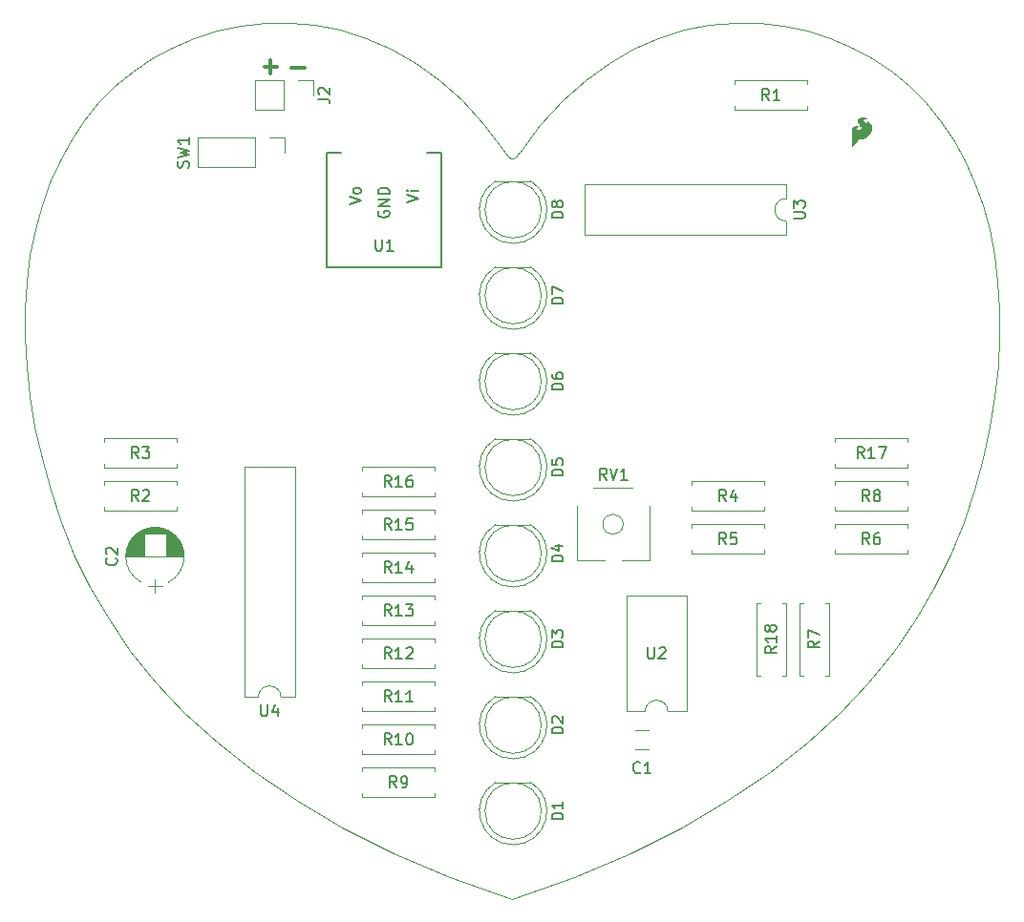
<source format=gbr>
G04 #@! TF.FileFunction,Legend,Top*
%FSLAX46Y46*%
G04 Gerber Fmt 4.6, Leading zero omitted, Abs format (unit mm)*
G04 Created by KiCad (PCBNEW 4.0.7) date 11/09/18 11:24:19*
%MOMM*%
%LPD*%
G01*
G04 APERTURE LIST*
%ADD10C,0.100000*%
%ADD11C,0.300000*%
%ADD12C,0.150000*%
%ADD13C,0.120000*%
%ADD14C,0.010000*%
G04 APERTURE END LIST*
D10*
D11*
X127107143Y-70548572D02*
X127107143Y-71691429D01*
X127678571Y-71120000D02*
X126535714Y-71120000D01*
X130111428Y-71227143D02*
X128968571Y-71227143D01*
D10*
X149092301Y-78771685D02*
X149124258Y-78727400D01*
X149060344Y-78815736D02*
X149092301Y-78771685D01*
X149028388Y-78859320D02*
X149060344Y-78815736D01*
X148996431Y-78902206D02*
X149028388Y-78859320D01*
X148964474Y-78944159D02*
X148996431Y-78902206D01*
X148932517Y-78984946D02*
X148964474Y-78944159D01*
X148900560Y-79024335D02*
X148932517Y-78984946D01*
X148868603Y-79062091D02*
X148900560Y-79024335D01*
X148836647Y-79097983D02*
X148868603Y-79062091D01*
X148804690Y-79131777D02*
X148836647Y-79097983D01*
X148772733Y-79163239D02*
X148804690Y-79131777D01*
X148740776Y-79192137D02*
X148772733Y-79163239D01*
X148708819Y-79218237D02*
X148740776Y-79192137D01*
X148676863Y-79241307D02*
X148708819Y-79218237D01*
X148644906Y-79261113D02*
X148676863Y-79241307D01*
X148612949Y-79277422D02*
X148644906Y-79261113D01*
X148580992Y-79290001D02*
X148612949Y-79277422D01*
X148549035Y-79298617D02*
X148580992Y-79290001D01*
X148517078Y-79303037D02*
X148549035Y-79298617D01*
X148485122Y-79303037D02*
X148517078Y-79303037D01*
X148453165Y-79298617D02*
X148485122Y-79303037D01*
X148421208Y-79290001D02*
X148453165Y-79298617D01*
X148389251Y-79277422D02*
X148421208Y-79290001D01*
X148357294Y-79261113D02*
X148389251Y-79277422D01*
X148325337Y-79241307D02*
X148357294Y-79261113D01*
X148293381Y-79218237D02*
X148325337Y-79241307D01*
X148261424Y-79192137D02*
X148293381Y-79218237D01*
X148229467Y-79163239D02*
X148261424Y-79192137D01*
X148197510Y-79131777D02*
X148229467Y-79163239D01*
X148165553Y-79097983D02*
X148197510Y-79131777D01*
X148133597Y-79062091D02*
X148165553Y-79097983D01*
X148101640Y-79024335D02*
X148133597Y-79062091D01*
X148069683Y-78984946D02*
X148101640Y-79024335D01*
X148037726Y-78944159D02*
X148069683Y-78984946D01*
X148005769Y-78902206D02*
X148037726Y-78944159D01*
X147973812Y-78859320D02*
X148005769Y-78902206D01*
X147941856Y-78815736D02*
X147973812Y-78859320D01*
X147909899Y-78771685D02*
X147941856Y-78815736D01*
X147877942Y-78727400D02*
X147909899Y-78771685D01*
X146024691Y-76265210D02*
X147877942Y-78727400D01*
X144066980Y-74126681D02*
X146024691Y-76265210D01*
X142021176Y-72299991D02*
X144066980Y-74126681D01*
X139903649Y-70773315D02*
X142021176Y-72299991D01*
X137730764Y-69534830D02*
X139903649Y-70773315D01*
X135518890Y-68572714D02*
X137730764Y-69534830D01*
X133284394Y-67875143D02*
X135518890Y-68572714D01*
X131043644Y-67430294D02*
X133284394Y-67875143D01*
X128813008Y-67226344D02*
X131043644Y-67430294D01*
X126608853Y-67251469D02*
X128813008Y-67226344D01*
X124447546Y-67493847D02*
X126608853Y-67251469D01*
X122345456Y-67941653D02*
X124447546Y-67493847D01*
X120318950Y-68583065D02*
X122345456Y-67941653D01*
X118384396Y-69406260D02*
X120318950Y-68583065D01*
X116558161Y-70399414D02*
X118384396Y-69406260D01*
X114856518Y-71550739D02*
X116558161Y-70399414D01*
X113290051Y-72850505D02*
X114856518Y-71550739D01*
X111860524Y-74292176D02*
X113290051Y-72850505D01*
X110568943Y-75869492D02*
X111860524Y-74292176D01*
X109416314Y-77576191D02*
X110568943Y-75869492D01*
X108403644Y-79406012D02*
X109416314Y-77576191D01*
X107531938Y-81352693D02*
X108403644Y-79406012D01*
X106802203Y-83409973D02*
X107531938Y-81352693D01*
X106215445Y-85571591D02*
X106802203Y-83409973D01*
X105772670Y-87831286D02*
X106215445Y-85571591D01*
X105474884Y-90182796D02*
X105772670Y-87831286D01*
X105323093Y-92619860D02*
X105474884Y-90182796D01*
X105318303Y-95136217D02*
X105323093Y-92619860D01*
X105461521Y-97725605D02*
X105318303Y-95136217D01*
X105753752Y-100381763D02*
X105461521Y-97725605D01*
X106196003Y-103098430D02*
X105753752Y-100381763D01*
X106790359Y-105868984D02*
X106196003Y-103098430D01*
X107551450Y-108682610D02*
X106790359Y-105868984D01*
X108502001Y-111525785D02*
X107551450Y-108682610D01*
X109664872Y-114384945D02*
X108502001Y-111525785D01*
X111062923Y-117246524D02*
X109664872Y-114384945D01*
X112719011Y-120096954D02*
X111062923Y-117246524D01*
X114655998Y-122922671D02*
X112719011Y-120096954D01*
X116896742Y-125710108D02*
X114655998Y-122922671D01*
X119464104Y-128445699D02*
X116896742Y-125710108D01*
X122380941Y-131115878D02*
X119464104Y-128445699D01*
X125670114Y-133707078D02*
X122380941Y-131115878D01*
X129354483Y-136205735D02*
X125670114Y-133707078D01*
X133456907Y-138598282D02*
X129354483Y-136205735D01*
X138000244Y-140871152D02*
X133456907Y-138598282D01*
X143007356Y-143010780D02*
X138000244Y-140871152D01*
X148501100Y-145003600D02*
X143007356Y-143010780D01*
X150977509Y-76265210D02*
X149124258Y-78727400D01*
X152935220Y-74126681D02*
X150977509Y-76265210D01*
X154981024Y-72299991D02*
X152935220Y-74126681D01*
X157098551Y-70773315D02*
X154981024Y-72299991D01*
X159271436Y-69534830D02*
X157098551Y-70773315D01*
X161483310Y-68572714D02*
X159271436Y-69534830D01*
X163717806Y-67875143D02*
X161483310Y-68572714D01*
X165958556Y-67430294D02*
X163717806Y-67875143D01*
X168189192Y-67226344D02*
X165958556Y-67430294D01*
X170393347Y-67251469D02*
X168189192Y-67226344D01*
X172554654Y-67493847D02*
X170393347Y-67251469D01*
X174656744Y-67941653D02*
X172554654Y-67493847D01*
X176683250Y-68583065D02*
X174656744Y-67941653D01*
X178617804Y-69406260D02*
X176683250Y-68583065D01*
X180444039Y-70399414D02*
X178617804Y-69406260D01*
X182145682Y-71550739D02*
X180444039Y-70399414D01*
X183712149Y-72850505D02*
X182145682Y-71550739D01*
X185141676Y-74292176D02*
X183712149Y-72850505D01*
X186433257Y-75869492D02*
X185141676Y-74292176D01*
X187585886Y-77576191D02*
X186433257Y-75869492D01*
X188598556Y-79406012D02*
X187585886Y-77576191D01*
X189470262Y-81352693D02*
X188598556Y-79406012D01*
X190199997Y-83409973D02*
X189470262Y-81352693D01*
X190786755Y-85571591D02*
X190199997Y-83409973D01*
X191229530Y-87831286D02*
X190786755Y-85571591D01*
X191527316Y-90182796D02*
X191229530Y-87831286D01*
X191679107Y-92619860D02*
X191527316Y-90182796D01*
X191683897Y-95136217D02*
X191679107Y-92619860D01*
X191540679Y-97725605D02*
X191683897Y-95136217D01*
X191248448Y-100381763D02*
X191540679Y-97725605D01*
X190806197Y-103098430D02*
X191248448Y-100381763D01*
X190211841Y-105868984D02*
X190806197Y-103098430D01*
X189450750Y-108682610D02*
X190211841Y-105868984D01*
X188500199Y-111525785D02*
X189450750Y-108682610D01*
X187337328Y-114384945D02*
X188500199Y-111525785D01*
X185939277Y-117246524D02*
X187337328Y-114384945D01*
X184283189Y-120096954D02*
X185939277Y-117246524D01*
X182346202Y-122922671D02*
X184283189Y-120096954D01*
X180105458Y-125710108D02*
X182346202Y-122922671D01*
X177538096Y-128445699D02*
X180105458Y-125710108D01*
X174621259Y-131115878D02*
X177538096Y-128445699D01*
X171332086Y-133707078D02*
X174621259Y-131115878D01*
X167647717Y-136205735D02*
X171332086Y-133707078D01*
X163545293Y-138598282D02*
X167647717Y-136205735D01*
X159001956Y-140871152D02*
X163545293Y-138598282D01*
X153994844Y-143010780D02*
X159001956Y-140871152D01*
X148501100Y-145003600D02*
X153994844Y-143010780D01*
D12*
X132080000Y-78740000D02*
X133350000Y-78740000D01*
X132080000Y-78740000D02*
X132080000Y-88900000D01*
X132080000Y-88900000D02*
X142240000Y-88900000D01*
X142240000Y-88900000D02*
X142240000Y-78740000D01*
X142240000Y-78740000D02*
X140970000Y-78740000D01*
D13*
X120590000Y-77410000D02*
X120590000Y-80070000D01*
X125730000Y-77410000D02*
X120590000Y-77410000D01*
X125730000Y-80070000D02*
X120590000Y-80070000D01*
X125730000Y-77410000D02*
X125730000Y-80070000D01*
X127000000Y-77410000D02*
X128330000Y-77410000D01*
X128330000Y-77410000D02*
X128330000Y-78740000D01*
X158340000Y-111720000D02*
G75*
G03X158340000Y-111720000I-900000J0D01*
G01*
X160650000Y-110093000D02*
X160650000Y-114930000D01*
X154230000Y-110093000D02*
X154230000Y-114930000D01*
X159182000Y-108510000D02*
X155697000Y-108510000D01*
X160650000Y-114930000D02*
X158197000Y-114930000D01*
X156682000Y-114930000D02*
X154230000Y-114930000D01*
X172430000Y-118710000D02*
X172760000Y-118710000D01*
X172760000Y-118710000D02*
X172760000Y-125130000D01*
X172760000Y-125130000D02*
X172430000Y-125130000D01*
X170470000Y-118710000D02*
X170140000Y-118710000D01*
X170140000Y-118710000D02*
X170140000Y-125130000D01*
X170140000Y-125130000D02*
X170470000Y-125130000D01*
X177130000Y-104430000D02*
X177130000Y-104100000D01*
X177130000Y-104100000D02*
X183550000Y-104100000D01*
X183550000Y-104100000D02*
X183550000Y-104430000D01*
X177130000Y-106390000D02*
X177130000Y-106720000D01*
X177130000Y-106720000D02*
X183550000Y-106720000D01*
X183550000Y-106720000D02*
X183550000Y-106390000D01*
X135220000Y-106970000D02*
X135220000Y-106640000D01*
X135220000Y-106640000D02*
X141640000Y-106640000D01*
X141640000Y-106640000D02*
X141640000Y-106970000D01*
X135220000Y-108930000D02*
X135220000Y-109260000D01*
X135220000Y-109260000D02*
X141640000Y-109260000D01*
X141640000Y-109260000D02*
X141640000Y-108930000D01*
X135220000Y-110780000D02*
X135220000Y-110450000D01*
X135220000Y-110450000D02*
X141640000Y-110450000D01*
X141640000Y-110450000D02*
X141640000Y-110780000D01*
X135220000Y-112740000D02*
X135220000Y-113070000D01*
X135220000Y-113070000D02*
X141640000Y-113070000D01*
X141640000Y-113070000D02*
X141640000Y-112740000D01*
X135220000Y-114590000D02*
X135220000Y-114260000D01*
X135220000Y-114260000D02*
X141640000Y-114260000D01*
X141640000Y-114260000D02*
X141640000Y-114590000D01*
X135220000Y-116550000D02*
X135220000Y-116880000D01*
X135220000Y-116880000D02*
X141640000Y-116880000D01*
X141640000Y-116880000D02*
X141640000Y-116550000D01*
X135220000Y-118400000D02*
X135220000Y-118070000D01*
X135220000Y-118070000D02*
X141640000Y-118070000D01*
X141640000Y-118070000D02*
X141640000Y-118400000D01*
X135220000Y-120360000D02*
X135220000Y-120690000D01*
X135220000Y-120690000D02*
X141640000Y-120690000D01*
X141640000Y-120690000D02*
X141640000Y-120360000D01*
X135220000Y-122210000D02*
X135220000Y-121880000D01*
X135220000Y-121880000D02*
X141640000Y-121880000D01*
X141640000Y-121880000D02*
X141640000Y-122210000D01*
X135220000Y-124170000D02*
X135220000Y-124500000D01*
X135220000Y-124500000D02*
X141640000Y-124500000D01*
X141640000Y-124500000D02*
X141640000Y-124170000D01*
X135220000Y-126020000D02*
X135220000Y-125690000D01*
X135220000Y-125690000D02*
X141640000Y-125690000D01*
X141640000Y-125690000D02*
X141640000Y-126020000D01*
X135220000Y-127980000D02*
X135220000Y-128310000D01*
X135220000Y-128310000D02*
X141640000Y-128310000D01*
X141640000Y-128310000D02*
X141640000Y-127980000D01*
X135220000Y-129830000D02*
X135220000Y-129500000D01*
X135220000Y-129500000D02*
X141640000Y-129500000D01*
X141640000Y-129500000D02*
X141640000Y-129830000D01*
X135220000Y-131790000D02*
X135220000Y-132120000D01*
X135220000Y-132120000D02*
X141640000Y-132120000D01*
X141640000Y-132120000D02*
X141640000Y-131790000D01*
X135220000Y-133640000D02*
X135220000Y-133310000D01*
X135220000Y-133310000D02*
X141640000Y-133310000D01*
X141640000Y-133310000D02*
X141640000Y-133640000D01*
X135220000Y-135600000D02*
X135220000Y-135930000D01*
X135220000Y-135930000D02*
X141640000Y-135930000D01*
X141640000Y-135930000D02*
X141640000Y-135600000D01*
X183550000Y-110200000D02*
X183550000Y-110530000D01*
X183550000Y-110530000D02*
X177130000Y-110530000D01*
X177130000Y-110530000D02*
X177130000Y-110200000D01*
X183550000Y-108240000D02*
X183550000Y-107910000D01*
X183550000Y-107910000D02*
X177130000Y-107910000D01*
X177130000Y-107910000D02*
X177130000Y-108240000D01*
X174280000Y-125130000D02*
X173950000Y-125130000D01*
X173950000Y-125130000D02*
X173950000Y-118710000D01*
X173950000Y-118710000D02*
X174280000Y-118710000D01*
X176240000Y-125130000D02*
X176570000Y-125130000D01*
X176570000Y-125130000D02*
X176570000Y-118710000D01*
X176570000Y-118710000D02*
X176240000Y-118710000D01*
X183550000Y-114010000D02*
X183550000Y-114340000D01*
X183550000Y-114340000D02*
X177130000Y-114340000D01*
X177130000Y-114340000D02*
X177130000Y-114010000D01*
X183550000Y-112050000D02*
X183550000Y-111720000D01*
X183550000Y-111720000D02*
X177130000Y-111720000D01*
X177130000Y-111720000D02*
X177130000Y-112050000D01*
X170850000Y-114010000D02*
X170850000Y-114340000D01*
X170850000Y-114340000D02*
X164430000Y-114340000D01*
X164430000Y-114340000D02*
X164430000Y-114010000D01*
X170850000Y-112050000D02*
X170850000Y-111720000D01*
X170850000Y-111720000D02*
X164430000Y-111720000D01*
X164430000Y-111720000D02*
X164430000Y-112050000D01*
X170850000Y-110200000D02*
X170850000Y-110530000D01*
X170850000Y-110530000D02*
X164430000Y-110530000D01*
X164430000Y-110530000D02*
X164430000Y-110200000D01*
X170850000Y-108240000D02*
X170850000Y-107910000D01*
X170850000Y-107910000D02*
X164430000Y-107910000D01*
X164430000Y-107910000D02*
X164430000Y-108240000D01*
X112360000Y-104430000D02*
X112360000Y-104100000D01*
X112360000Y-104100000D02*
X118780000Y-104100000D01*
X118780000Y-104100000D02*
X118780000Y-104430000D01*
X112360000Y-106390000D02*
X112360000Y-106720000D01*
X112360000Y-106720000D02*
X118780000Y-106720000D01*
X118780000Y-106720000D02*
X118780000Y-106390000D01*
X118780000Y-110200000D02*
X118780000Y-110530000D01*
X118780000Y-110530000D02*
X112360000Y-110530000D01*
X112360000Y-110530000D02*
X112360000Y-110200000D01*
X118780000Y-108240000D02*
X118780000Y-107910000D01*
X118780000Y-107910000D02*
X112360000Y-107910000D01*
X112360000Y-107910000D02*
X112360000Y-108240000D01*
X174660000Y-74640000D02*
X174660000Y-74970000D01*
X174660000Y-74970000D02*
X168240000Y-74970000D01*
X168240000Y-74970000D02*
X168240000Y-74640000D01*
X174660000Y-72680000D02*
X174660000Y-72350000D01*
X174660000Y-72350000D02*
X168240000Y-72350000D01*
X168240000Y-72350000D02*
X168240000Y-72680000D01*
X148589538Y-86810000D02*
G75*
G03X150134830Y-81260000I462J2990000D01*
G01*
X148590462Y-86810000D02*
G75*
G02X147045170Y-81260000I-462J2990000D01*
G01*
X151090000Y-83820000D02*
G75*
G03X151090000Y-83820000I-2500000J0D01*
G01*
X150135000Y-81260000D02*
X147045000Y-81260000D01*
X148589538Y-94430000D02*
G75*
G03X150134830Y-88880000I462J2990000D01*
G01*
X148590462Y-94430000D02*
G75*
G02X147045170Y-88880000I-462J2990000D01*
G01*
X151090000Y-91440000D02*
G75*
G03X151090000Y-91440000I-2500000J0D01*
G01*
X150135000Y-88880000D02*
X147045000Y-88880000D01*
X148589538Y-102050000D02*
G75*
G03X150134830Y-96500000I462J2990000D01*
G01*
X148590462Y-102050000D02*
G75*
G02X147045170Y-96500000I-462J2990000D01*
G01*
X151090000Y-99060000D02*
G75*
G03X151090000Y-99060000I-2500000J0D01*
G01*
X150135000Y-96500000D02*
X147045000Y-96500000D01*
X148589538Y-109670000D02*
G75*
G03X150134830Y-104120000I462J2990000D01*
G01*
X148590462Y-109670000D02*
G75*
G02X147045170Y-104120000I-462J2990000D01*
G01*
X151090000Y-106680000D02*
G75*
G03X151090000Y-106680000I-2500000J0D01*
G01*
X150135000Y-104120000D02*
X147045000Y-104120000D01*
X148589538Y-117290000D02*
G75*
G03X150134830Y-111740000I462J2990000D01*
G01*
X148590462Y-117290000D02*
G75*
G02X147045170Y-111740000I-462J2990000D01*
G01*
X151090000Y-114300000D02*
G75*
G03X151090000Y-114300000I-2500000J0D01*
G01*
X150135000Y-111740000D02*
X147045000Y-111740000D01*
X148589538Y-124910000D02*
G75*
G03X150134830Y-119360000I462J2990000D01*
G01*
X148590462Y-124910000D02*
G75*
G02X147045170Y-119360000I-462J2990000D01*
G01*
X151090000Y-121920000D02*
G75*
G03X151090000Y-121920000I-2500000J0D01*
G01*
X150135000Y-119360000D02*
X147045000Y-119360000D01*
X148589538Y-132530000D02*
G75*
G03X150134830Y-126980000I462J2990000D01*
G01*
X148590462Y-132530000D02*
G75*
G02X147045170Y-126980000I-462J2990000D01*
G01*
X151090000Y-129540000D02*
G75*
G03X151090000Y-129540000I-2500000J0D01*
G01*
X150135000Y-126980000D02*
X147045000Y-126980000D01*
X148589538Y-140150000D02*
G75*
G03X150134830Y-134600000I462J2990000D01*
G01*
X148590462Y-140150000D02*
G75*
G02X147045170Y-134600000I-462J2990000D01*
G01*
X151090000Y-137160000D02*
G75*
G03X151090000Y-137160000I-2500000J0D01*
G01*
X150135000Y-134600000D02*
X147045000Y-134600000D01*
X159413000Y-129949000D02*
X160587000Y-129949000D01*
X159413000Y-131671000D02*
X160587000Y-131671000D01*
X115660277Y-112264278D02*
G75*
G03X115660000Y-116875580I1179723J-2305722D01*
G01*
X118019723Y-112264278D02*
G75*
G02X118020000Y-116875580I-1179723J-2305722D01*
G01*
X118019723Y-112264278D02*
G75*
G03X115660000Y-112264420I-1179723J-2305722D01*
G01*
X114290000Y-114570000D02*
X119390000Y-114570000D01*
X114290000Y-114530000D02*
X115860000Y-114530000D01*
X117820000Y-114530000D02*
X119390000Y-114530000D01*
X114291000Y-114490000D02*
X115860000Y-114490000D01*
X117820000Y-114490000D02*
X119389000Y-114490000D01*
X114292000Y-114450000D02*
X115860000Y-114450000D01*
X117820000Y-114450000D02*
X119388000Y-114450000D01*
X114294000Y-114410000D02*
X115860000Y-114410000D01*
X117820000Y-114410000D02*
X119386000Y-114410000D01*
X114297000Y-114370000D02*
X115860000Y-114370000D01*
X117820000Y-114370000D02*
X119383000Y-114370000D01*
X114301000Y-114330000D02*
X115860000Y-114330000D01*
X117820000Y-114330000D02*
X119379000Y-114330000D01*
X114305000Y-114290000D02*
X115860000Y-114290000D01*
X117820000Y-114290000D02*
X119375000Y-114290000D01*
X114309000Y-114250000D02*
X115860000Y-114250000D01*
X117820000Y-114250000D02*
X119371000Y-114250000D01*
X114315000Y-114210000D02*
X115860000Y-114210000D01*
X117820000Y-114210000D02*
X119365000Y-114210000D01*
X114321000Y-114170000D02*
X115860000Y-114170000D01*
X117820000Y-114170000D02*
X119359000Y-114170000D01*
X114327000Y-114130000D02*
X115860000Y-114130000D01*
X117820000Y-114130000D02*
X119353000Y-114130000D01*
X114334000Y-114090000D02*
X115860000Y-114090000D01*
X117820000Y-114090000D02*
X119346000Y-114090000D01*
X114342000Y-114050000D02*
X115860000Y-114050000D01*
X117820000Y-114050000D02*
X119338000Y-114050000D01*
X114351000Y-114010000D02*
X115860000Y-114010000D01*
X117820000Y-114010000D02*
X119329000Y-114010000D01*
X114360000Y-113970000D02*
X115860000Y-113970000D01*
X117820000Y-113970000D02*
X119320000Y-113970000D01*
X114370000Y-113930000D02*
X115860000Y-113930000D01*
X117820000Y-113930000D02*
X119310000Y-113930000D01*
X114380000Y-113890000D02*
X115860000Y-113890000D01*
X117820000Y-113890000D02*
X119300000Y-113890000D01*
X114392000Y-113849000D02*
X115860000Y-113849000D01*
X117820000Y-113849000D02*
X119288000Y-113849000D01*
X114404000Y-113809000D02*
X115860000Y-113809000D01*
X117820000Y-113809000D02*
X119276000Y-113809000D01*
X114416000Y-113769000D02*
X115860000Y-113769000D01*
X117820000Y-113769000D02*
X119264000Y-113769000D01*
X114430000Y-113729000D02*
X115860000Y-113729000D01*
X117820000Y-113729000D02*
X119250000Y-113729000D01*
X114444000Y-113689000D02*
X115860000Y-113689000D01*
X117820000Y-113689000D02*
X119236000Y-113689000D01*
X114458000Y-113649000D02*
X115860000Y-113649000D01*
X117820000Y-113649000D02*
X119222000Y-113649000D01*
X114474000Y-113609000D02*
X115860000Y-113609000D01*
X117820000Y-113609000D02*
X119206000Y-113609000D01*
X114490000Y-113569000D02*
X115860000Y-113569000D01*
X117820000Y-113569000D02*
X119190000Y-113569000D01*
X114507000Y-113529000D02*
X115860000Y-113529000D01*
X117820000Y-113529000D02*
X119173000Y-113529000D01*
X114525000Y-113489000D02*
X115860000Y-113489000D01*
X117820000Y-113489000D02*
X119155000Y-113489000D01*
X114544000Y-113449000D02*
X115860000Y-113449000D01*
X117820000Y-113449000D02*
X119136000Y-113449000D01*
X114564000Y-113409000D02*
X115860000Y-113409000D01*
X117820000Y-113409000D02*
X119116000Y-113409000D01*
X114584000Y-113369000D02*
X115860000Y-113369000D01*
X117820000Y-113369000D02*
X119096000Y-113369000D01*
X114606000Y-113329000D02*
X115860000Y-113329000D01*
X117820000Y-113329000D02*
X119074000Y-113329000D01*
X114628000Y-113289000D02*
X115860000Y-113289000D01*
X117820000Y-113289000D02*
X119052000Y-113289000D01*
X114651000Y-113249000D02*
X115860000Y-113249000D01*
X117820000Y-113249000D02*
X119029000Y-113249000D01*
X114675000Y-113209000D02*
X115860000Y-113209000D01*
X117820000Y-113209000D02*
X119005000Y-113209000D01*
X114700000Y-113169000D02*
X115860000Y-113169000D01*
X117820000Y-113169000D02*
X118980000Y-113169000D01*
X114727000Y-113129000D02*
X115860000Y-113129000D01*
X117820000Y-113129000D02*
X118953000Y-113129000D01*
X114754000Y-113089000D02*
X115860000Y-113089000D01*
X117820000Y-113089000D02*
X118926000Y-113089000D01*
X114782000Y-113049000D02*
X115860000Y-113049000D01*
X117820000Y-113049000D02*
X118898000Y-113049000D01*
X114812000Y-113009000D02*
X115860000Y-113009000D01*
X117820000Y-113009000D02*
X118868000Y-113009000D01*
X114843000Y-112969000D02*
X115860000Y-112969000D01*
X117820000Y-112969000D02*
X118837000Y-112969000D01*
X114875000Y-112929000D02*
X115860000Y-112929000D01*
X117820000Y-112929000D02*
X118805000Y-112929000D01*
X114908000Y-112889000D02*
X115860000Y-112889000D01*
X117820000Y-112889000D02*
X118772000Y-112889000D01*
X114943000Y-112849000D02*
X115860000Y-112849000D01*
X117820000Y-112849000D02*
X118737000Y-112849000D01*
X114979000Y-112809000D02*
X115860000Y-112809000D01*
X117820000Y-112809000D02*
X118701000Y-112809000D01*
X115017000Y-112769000D02*
X115860000Y-112769000D01*
X117820000Y-112769000D02*
X118663000Y-112769000D01*
X115057000Y-112729000D02*
X115860000Y-112729000D01*
X117820000Y-112729000D02*
X118623000Y-112729000D01*
X115098000Y-112689000D02*
X115860000Y-112689000D01*
X117820000Y-112689000D02*
X118582000Y-112689000D01*
X115141000Y-112649000D02*
X115860000Y-112649000D01*
X117820000Y-112649000D02*
X118539000Y-112649000D01*
X115186000Y-112609000D02*
X115860000Y-112609000D01*
X117820000Y-112609000D02*
X118494000Y-112609000D01*
X115234000Y-112569000D02*
X118446000Y-112569000D01*
X115284000Y-112529000D02*
X118396000Y-112529000D01*
X115336000Y-112489000D02*
X118344000Y-112489000D01*
X115392000Y-112449000D02*
X118288000Y-112449000D01*
X115450000Y-112409000D02*
X118230000Y-112409000D01*
X115513000Y-112369000D02*
X118167000Y-112369000D01*
X115579000Y-112329000D02*
X118101000Y-112329000D01*
X115651000Y-112289000D02*
X118029000Y-112289000D01*
X115728000Y-112249000D02*
X117952000Y-112249000D01*
X115812000Y-112209000D02*
X117868000Y-112209000D01*
X115906000Y-112169000D02*
X117774000Y-112169000D01*
X116011000Y-112129000D02*
X117669000Y-112129000D01*
X116133000Y-112089000D02*
X117547000Y-112089000D01*
X116281000Y-112049000D02*
X117399000Y-112049000D01*
X116486000Y-112009000D02*
X117194000Y-112009000D01*
X116840000Y-117770000D02*
X116840000Y-116570000D01*
X116190000Y-117170000D02*
X117490000Y-117170000D01*
X125670000Y-72330000D02*
X125670000Y-74990000D01*
X128270000Y-72330000D02*
X125670000Y-72330000D01*
X128270000Y-74990000D02*
X125670000Y-74990000D01*
X128270000Y-72330000D02*
X128270000Y-74990000D01*
X129540000Y-72330000D02*
X130870000Y-72330000D01*
X130870000Y-72330000D02*
X130870000Y-73660000D01*
X160290000Y-128330000D02*
G75*
G02X162290000Y-128330000I1000000J0D01*
G01*
X162290000Y-128330000D02*
X163940000Y-128330000D01*
X163940000Y-128330000D02*
X163940000Y-118050000D01*
X163940000Y-118050000D02*
X158640000Y-118050000D01*
X158640000Y-118050000D02*
X158640000Y-128330000D01*
X158640000Y-128330000D02*
X160290000Y-128330000D01*
X172780000Y-84820000D02*
G75*
G02X172780000Y-82820000I0J1000000D01*
G01*
X172780000Y-82820000D02*
X172780000Y-81570000D01*
X172780000Y-81570000D02*
X154880000Y-81570000D01*
X154880000Y-81570000D02*
X154880000Y-86070000D01*
X154880000Y-86070000D02*
X172780000Y-86070000D01*
X172780000Y-86070000D02*
X172780000Y-84820000D01*
X126000000Y-127060000D02*
G75*
G02X128000000Y-127060000I1000000J0D01*
G01*
X128000000Y-127060000D02*
X129250000Y-127060000D01*
X129250000Y-127060000D02*
X129250000Y-106620000D01*
X129250000Y-106620000D02*
X124750000Y-106620000D01*
X124750000Y-106620000D02*
X124750000Y-127060000D01*
X124750000Y-127060000D02*
X126000000Y-127060000D01*
D14*
G36*
X180007260Y-75996800D02*
X180007260Y-76088240D01*
X179997100Y-76116180D01*
X179986940Y-76136500D01*
X179956460Y-76166980D01*
X179925980Y-76177140D01*
X179895500Y-76177140D01*
X179816760Y-76156820D01*
X179776120Y-76136500D01*
X179745640Y-76116180D01*
X179707540Y-76088240D01*
X179646580Y-76027280D01*
X179605940Y-75966320D01*
X179595780Y-75928220D01*
X179595780Y-75867260D01*
X179605940Y-75836780D01*
X179616100Y-75816460D01*
X179636420Y-75788520D01*
X179677060Y-75758040D01*
X179717700Y-75737720D01*
X179765960Y-75727560D01*
X179806600Y-75717400D01*
X179867560Y-75717400D01*
X179887880Y-75727560D01*
X179895500Y-75727560D01*
X179887880Y-75717400D01*
X179847240Y-75686920D01*
X179707540Y-75618340D01*
X179616100Y-75598020D01*
X179517040Y-75598020D01*
X179407820Y-75618340D01*
X179296060Y-75676760D01*
X179207160Y-75747880D01*
X179156360Y-75826620D01*
X179125880Y-75918060D01*
X179125880Y-75996800D01*
X179146200Y-76088240D01*
X179197000Y-76177140D01*
X179265580Y-76258420D01*
X179346860Y-76347320D01*
X179417980Y-76418440D01*
X179445920Y-76497180D01*
X179445920Y-76568300D01*
X179425600Y-76626720D01*
X179387500Y-76677520D01*
X179326540Y-76718160D01*
X179247800Y-76738480D01*
X179166520Y-76738480D01*
X179115720Y-76728320D01*
X179067460Y-76708000D01*
X179006500Y-76647040D01*
X178986180Y-76616560D01*
X178976020Y-76586080D01*
X178976020Y-76547980D01*
X178986180Y-76517500D01*
X179047140Y-76456540D01*
X179077620Y-76446380D01*
X179115720Y-76426060D01*
X179125880Y-76418440D01*
X179087780Y-76398120D01*
X178965860Y-76398120D01*
X178907440Y-76408280D01*
X178856640Y-76418440D01*
X178805840Y-76436220D01*
X178767740Y-76466700D01*
X178716940Y-76507340D01*
X178655980Y-76606400D01*
X178635660Y-76677520D01*
X178625500Y-76756260D01*
X178625500Y-78127860D01*
X178676300Y-78077060D01*
X178706780Y-78026260D01*
X178757580Y-77978000D01*
X178805840Y-77917040D01*
X178927760Y-77797660D01*
X179047140Y-77657960D01*
X179146200Y-77556360D01*
X179247800Y-77497940D01*
X179306220Y-77487780D01*
X179496720Y-77487780D01*
X179616100Y-77467460D01*
X179727860Y-77436980D01*
X179826920Y-77396340D01*
X179925980Y-77337920D01*
X180007260Y-77266800D01*
X180086000Y-77188060D01*
X180157120Y-77096620D01*
X180256180Y-76916280D01*
X180306980Y-76728320D01*
X180317140Y-76558140D01*
X180286660Y-76398120D01*
X180235860Y-76248260D01*
X180167280Y-76136500D01*
X180086000Y-76047600D01*
X180007260Y-75996800D01*
G37*
X180007260Y-75996800D02*
X180007260Y-76088240D01*
X179997100Y-76116180D01*
X179986940Y-76136500D01*
X179956460Y-76166980D01*
X179925980Y-76177140D01*
X179895500Y-76177140D01*
X179816760Y-76156820D01*
X179776120Y-76136500D01*
X179745640Y-76116180D01*
X179707540Y-76088240D01*
X179646580Y-76027280D01*
X179605940Y-75966320D01*
X179595780Y-75928220D01*
X179595780Y-75867260D01*
X179605940Y-75836780D01*
X179616100Y-75816460D01*
X179636420Y-75788520D01*
X179677060Y-75758040D01*
X179717700Y-75737720D01*
X179765960Y-75727560D01*
X179806600Y-75717400D01*
X179867560Y-75717400D01*
X179887880Y-75727560D01*
X179895500Y-75727560D01*
X179887880Y-75717400D01*
X179847240Y-75686920D01*
X179707540Y-75618340D01*
X179616100Y-75598020D01*
X179517040Y-75598020D01*
X179407820Y-75618340D01*
X179296060Y-75676760D01*
X179207160Y-75747880D01*
X179156360Y-75826620D01*
X179125880Y-75918060D01*
X179125880Y-75996800D01*
X179146200Y-76088240D01*
X179197000Y-76177140D01*
X179265580Y-76258420D01*
X179346860Y-76347320D01*
X179417980Y-76418440D01*
X179445920Y-76497180D01*
X179445920Y-76568300D01*
X179425600Y-76626720D01*
X179387500Y-76677520D01*
X179326540Y-76718160D01*
X179247800Y-76738480D01*
X179166520Y-76738480D01*
X179115720Y-76728320D01*
X179067460Y-76708000D01*
X179006500Y-76647040D01*
X178986180Y-76616560D01*
X178976020Y-76586080D01*
X178976020Y-76547980D01*
X178986180Y-76517500D01*
X179047140Y-76456540D01*
X179077620Y-76446380D01*
X179115720Y-76426060D01*
X179125880Y-76418440D01*
X179087780Y-76398120D01*
X178965860Y-76398120D01*
X178907440Y-76408280D01*
X178856640Y-76418440D01*
X178805840Y-76436220D01*
X178767740Y-76466700D01*
X178716940Y-76507340D01*
X178655980Y-76606400D01*
X178635660Y-76677520D01*
X178625500Y-76756260D01*
X178625500Y-78127860D01*
X178676300Y-78077060D01*
X178706780Y-78026260D01*
X178757580Y-77978000D01*
X178805840Y-77917040D01*
X178927760Y-77797660D01*
X179047140Y-77657960D01*
X179146200Y-77556360D01*
X179247800Y-77497940D01*
X179306220Y-77487780D01*
X179496720Y-77487780D01*
X179616100Y-77467460D01*
X179727860Y-77436980D01*
X179826920Y-77396340D01*
X179925980Y-77337920D01*
X180007260Y-77266800D01*
X180086000Y-77188060D01*
X180157120Y-77096620D01*
X180256180Y-76916280D01*
X180306980Y-76728320D01*
X180317140Y-76558140D01*
X180286660Y-76398120D01*
X180235860Y-76248260D01*
X180167280Y-76136500D01*
X180086000Y-76047600D01*
X180007260Y-75996800D01*
D12*
X136398095Y-86447381D02*
X136398095Y-87256905D01*
X136445714Y-87352143D01*
X136493333Y-87399762D01*
X136588571Y-87447381D01*
X136779048Y-87447381D01*
X136874286Y-87399762D01*
X136921905Y-87352143D01*
X136969524Y-87256905D01*
X136969524Y-86447381D01*
X137969524Y-87447381D02*
X137398095Y-87447381D01*
X137683809Y-87447381D02*
X137683809Y-86447381D01*
X137588571Y-86590238D01*
X137493333Y-86685476D01*
X137398095Y-86733095D01*
X134072381Y-83335714D02*
X135072381Y-83002381D01*
X134072381Y-82669047D01*
X135072381Y-82192857D02*
X135024762Y-82288095D01*
X134977143Y-82335714D01*
X134881905Y-82383333D01*
X134596190Y-82383333D01*
X134500952Y-82335714D01*
X134453333Y-82288095D01*
X134405714Y-82192857D01*
X134405714Y-82049999D01*
X134453333Y-81954761D01*
X134500952Y-81907142D01*
X134596190Y-81859523D01*
X134881905Y-81859523D01*
X134977143Y-81907142D01*
X135024762Y-81954761D01*
X135072381Y-82049999D01*
X135072381Y-82192857D01*
X136660000Y-83946904D02*
X136612381Y-84042142D01*
X136612381Y-84184999D01*
X136660000Y-84327857D01*
X136755238Y-84423095D01*
X136850476Y-84470714D01*
X137040952Y-84518333D01*
X137183810Y-84518333D01*
X137374286Y-84470714D01*
X137469524Y-84423095D01*
X137564762Y-84327857D01*
X137612381Y-84184999D01*
X137612381Y-84089761D01*
X137564762Y-83946904D01*
X137517143Y-83899285D01*
X137183810Y-83899285D01*
X137183810Y-84089761D01*
X137612381Y-83470714D02*
X136612381Y-83470714D01*
X137612381Y-82899285D01*
X136612381Y-82899285D01*
X137612381Y-82423095D02*
X136612381Y-82423095D01*
X136612381Y-82185000D01*
X136660000Y-82042142D01*
X136755238Y-81946904D01*
X136850476Y-81899285D01*
X137040952Y-81851666D01*
X137183810Y-81851666D01*
X137374286Y-81899285D01*
X137469524Y-81946904D01*
X137564762Y-82042142D01*
X137612381Y-82185000D01*
X137612381Y-82423095D01*
X139152381Y-83121428D02*
X140152381Y-82788095D01*
X139152381Y-82454761D01*
X140152381Y-82121428D02*
X139485714Y-82121428D01*
X139152381Y-82121428D02*
X139200000Y-82169047D01*
X139247619Y-82121428D01*
X139200000Y-82073809D01*
X139152381Y-82121428D01*
X139247619Y-82121428D01*
X119784762Y-80073333D02*
X119832381Y-79930476D01*
X119832381Y-79692380D01*
X119784762Y-79597142D01*
X119737143Y-79549523D01*
X119641905Y-79501904D01*
X119546667Y-79501904D01*
X119451429Y-79549523D01*
X119403810Y-79597142D01*
X119356190Y-79692380D01*
X119308571Y-79882857D01*
X119260952Y-79978095D01*
X119213333Y-80025714D01*
X119118095Y-80073333D01*
X119022857Y-80073333D01*
X118927619Y-80025714D01*
X118880000Y-79978095D01*
X118832381Y-79882857D01*
X118832381Y-79644761D01*
X118880000Y-79501904D01*
X118832381Y-79168571D02*
X119832381Y-78930476D01*
X119118095Y-78739999D01*
X119832381Y-78549523D01*
X118832381Y-78311428D01*
X119832381Y-77406666D02*
X119832381Y-77978095D01*
X119832381Y-77692381D02*
X118832381Y-77692381D01*
X118975238Y-77787619D01*
X119070476Y-77882857D01*
X119118095Y-77978095D01*
X156884762Y-107767381D02*
X156551428Y-107291190D01*
X156313333Y-107767381D02*
X156313333Y-106767381D01*
X156694286Y-106767381D01*
X156789524Y-106815000D01*
X156837143Y-106862619D01*
X156884762Y-106957857D01*
X156884762Y-107100714D01*
X156837143Y-107195952D01*
X156789524Y-107243571D01*
X156694286Y-107291190D01*
X156313333Y-107291190D01*
X157170476Y-106767381D02*
X157503809Y-107767381D01*
X157837143Y-106767381D01*
X158694286Y-107767381D02*
X158122857Y-107767381D01*
X158408571Y-107767381D02*
X158408571Y-106767381D01*
X158313333Y-106910238D01*
X158218095Y-107005476D01*
X158122857Y-107053095D01*
X171902381Y-122562857D02*
X171426190Y-122896191D01*
X171902381Y-123134286D02*
X170902381Y-123134286D01*
X170902381Y-122753333D01*
X170950000Y-122658095D01*
X170997619Y-122610476D01*
X171092857Y-122562857D01*
X171235714Y-122562857D01*
X171330952Y-122610476D01*
X171378571Y-122658095D01*
X171426190Y-122753333D01*
X171426190Y-123134286D01*
X171902381Y-121610476D02*
X171902381Y-122181905D01*
X171902381Y-121896191D02*
X170902381Y-121896191D01*
X171045238Y-121991429D01*
X171140476Y-122086667D01*
X171188095Y-122181905D01*
X171330952Y-121039048D02*
X171283333Y-121134286D01*
X171235714Y-121181905D01*
X171140476Y-121229524D01*
X171092857Y-121229524D01*
X170997619Y-121181905D01*
X170950000Y-121134286D01*
X170902381Y-121039048D01*
X170902381Y-120848571D01*
X170950000Y-120753333D01*
X170997619Y-120705714D01*
X171092857Y-120658095D01*
X171140476Y-120658095D01*
X171235714Y-120705714D01*
X171283333Y-120753333D01*
X171330952Y-120848571D01*
X171330952Y-121039048D01*
X171378571Y-121134286D01*
X171426190Y-121181905D01*
X171521429Y-121229524D01*
X171711905Y-121229524D01*
X171807143Y-121181905D01*
X171854762Y-121134286D01*
X171902381Y-121039048D01*
X171902381Y-120848571D01*
X171854762Y-120753333D01*
X171807143Y-120705714D01*
X171711905Y-120658095D01*
X171521429Y-120658095D01*
X171426190Y-120705714D01*
X171378571Y-120753333D01*
X171330952Y-120848571D01*
X179697143Y-105862381D02*
X179363809Y-105386190D01*
X179125714Y-105862381D02*
X179125714Y-104862381D01*
X179506667Y-104862381D01*
X179601905Y-104910000D01*
X179649524Y-104957619D01*
X179697143Y-105052857D01*
X179697143Y-105195714D01*
X179649524Y-105290952D01*
X179601905Y-105338571D01*
X179506667Y-105386190D01*
X179125714Y-105386190D01*
X180649524Y-105862381D02*
X180078095Y-105862381D01*
X180363809Y-105862381D02*
X180363809Y-104862381D01*
X180268571Y-105005238D01*
X180173333Y-105100476D01*
X180078095Y-105148095D01*
X180982857Y-104862381D02*
X181649524Y-104862381D01*
X181220952Y-105862381D01*
X137787143Y-108402381D02*
X137453809Y-107926190D01*
X137215714Y-108402381D02*
X137215714Y-107402381D01*
X137596667Y-107402381D01*
X137691905Y-107450000D01*
X137739524Y-107497619D01*
X137787143Y-107592857D01*
X137787143Y-107735714D01*
X137739524Y-107830952D01*
X137691905Y-107878571D01*
X137596667Y-107926190D01*
X137215714Y-107926190D01*
X138739524Y-108402381D02*
X138168095Y-108402381D01*
X138453809Y-108402381D02*
X138453809Y-107402381D01*
X138358571Y-107545238D01*
X138263333Y-107640476D01*
X138168095Y-107688095D01*
X139596667Y-107402381D02*
X139406190Y-107402381D01*
X139310952Y-107450000D01*
X139263333Y-107497619D01*
X139168095Y-107640476D01*
X139120476Y-107830952D01*
X139120476Y-108211905D01*
X139168095Y-108307143D01*
X139215714Y-108354762D01*
X139310952Y-108402381D01*
X139501429Y-108402381D01*
X139596667Y-108354762D01*
X139644286Y-108307143D01*
X139691905Y-108211905D01*
X139691905Y-107973810D01*
X139644286Y-107878571D01*
X139596667Y-107830952D01*
X139501429Y-107783333D01*
X139310952Y-107783333D01*
X139215714Y-107830952D01*
X139168095Y-107878571D01*
X139120476Y-107973810D01*
X137787143Y-112212381D02*
X137453809Y-111736190D01*
X137215714Y-112212381D02*
X137215714Y-111212381D01*
X137596667Y-111212381D01*
X137691905Y-111260000D01*
X137739524Y-111307619D01*
X137787143Y-111402857D01*
X137787143Y-111545714D01*
X137739524Y-111640952D01*
X137691905Y-111688571D01*
X137596667Y-111736190D01*
X137215714Y-111736190D01*
X138739524Y-112212381D02*
X138168095Y-112212381D01*
X138453809Y-112212381D02*
X138453809Y-111212381D01*
X138358571Y-111355238D01*
X138263333Y-111450476D01*
X138168095Y-111498095D01*
X139644286Y-111212381D02*
X139168095Y-111212381D01*
X139120476Y-111688571D01*
X139168095Y-111640952D01*
X139263333Y-111593333D01*
X139501429Y-111593333D01*
X139596667Y-111640952D01*
X139644286Y-111688571D01*
X139691905Y-111783810D01*
X139691905Y-112021905D01*
X139644286Y-112117143D01*
X139596667Y-112164762D01*
X139501429Y-112212381D01*
X139263333Y-112212381D01*
X139168095Y-112164762D01*
X139120476Y-112117143D01*
X137787143Y-116022381D02*
X137453809Y-115546190D01*
X137215714Y-116022381D02*
X137215714Y-115022381D01*
X137596667Y-115022381D01*
X137691905Y-115070000D01*
X137739524Y-115117619D01*
X137787143Y-115212857D01*
X137787143Y-115355714D01*
X137739524Y-115450952D01*
X137691905Y-115498571D01*
X137596667Y-115546190D01*
X137215714Y-115546190D01*
X138739524Y-116022381D02*
X138168095Y-116022381D01*
X138453809Y-116022381D02*
X138453809Y-115022381D01*
X138358571Y-115165238D01*
X138263333Y-115260476D01*
X138168095Y-115308095D01*
X139596667Y-115355714D02*
X139596667Y-116022381D01*
X139358571Y-114974762D02*
X139120476Y-115689048D01*
X139739524Y-115689048D01*
X137787143Y-119832381D02*
X137453809Y-119356190D01*
X137215714Y-119832381D02*
X137215714Y-118832381D01*
X137596667Y-118832381D01*
X137691905Y-118880000D01*
X137739524Y-118927619D01*
X137787143Y-119022857D01*
X137787143Y-119165714D01*
X137739524Y-119260952D01*
X137691905Y-119308571D01*
X137596667Y-119356190D01*
X137215714Y-119356190D01*
X138739524Y-119832381D02*
X138168095Y-119832381D01*
X138453809Y-119832381D02*
X138453809Y-118832381D01*
X138358571Y-118975238D01*
X138263333Y-119070476D01*
X138168095Y-119118095D01*
X139072857Y-118832381D02*
X139691905Y-118832381D01*
X139358571Y-119213333D01*
X139501429Y-119213333D01*
X139596667Y-119260952D01*
X139644286Y-119308571D01*
X139691905Y-119403810D01*
X139691905Y-119641905D01*
X139644286Y-119737143D01*
X139596667Y-119784762D01*
X139501429Y-119832381D01*
X139215714Y-119832381D01*
X139120476Y-119784762D01*
X139072857Y-119737143D01*
X137787143Y-123642381D02*
X137453809Y-123166190D01*
X137215714Y-123642381D02*
X137215714Y-122642381D01*
X137596667Y-122642381D01*
X137691905Y-122690000D01*
X137739524Y-122737619D01*
X137787143Y-122832857D01*
X137787143Y-122975714D01*
X137739524Y-123070952D01*
X137691905Y-123118571D01*
X137596667Y-123166190D01*
X137215714Y-123166190D01*
X138739524Y-123642381D02*
X138168095Y-123642381D01*
X138453809Y-123642381D02*
X138453809Y-122642381D01*
X138358571Y-122785238D01*
X138263333Y-122880476D01*
X138168095Y-122928095D01*
X139120476Y-122737619D02*
X139168095Y-122690000D01*
X139263333Y-122642381D01*
X139501429Y-122642381D01*
X139596667Y-122690000D01*
X139644286Y-122737619D01*
X139691905Y-122832857D01*
X139691905Y-122928095D01*
X139644286Y-123070952D01*
X139072857Y-123642381D01*
X139691905Y-123642381D01*
X137787143Y-127452381D02*
X137453809Y-126976190D01*
X137215714Y-127452381D02*
X137215714Y-126452381D01*
X137596667Y-126452381D01*
X137691905Y-126500000D01*
X137739524Y-126547619D01*
X137787143Y-126642857D01*
X137787143Y-126785714D01*
X137739524Y-126880952D01*
X137691905Y-126928571D01*
X137596667Y-126976190D01*
X137215714Y-126976190D01*
X138739524Y-127452381D02*
X138168095Y-127452381D01*
X138453809Y-127452381D02*
X138453809Y-126452381D01*
X138358571Y-126595238D01*
X138263333Y-126690476D01*
X138168095Y-126738095D01*
X139691905Y-127452381D02*
X139120476Y-127452381D01*
X139406190Y-127452381D02*
X139406190Y-126452381D01*
X139310952Y-126595238D01*
X139215714Y-126690476D01*
X139120476Y-126738095D01*
X137787143Y-131262381D02*
X137453809Y-130786190D01*
X137215714Y-131262381D02*
X137215714Y-130262381D01*
X137596667Y-130262381D01*
X137691905Y-130310000D01*
X137739524Y-130357619D01*
X137787143Y-130452857D01*
X137787143Y-130595714D01*
X137739524Y-130690952D01*
X137691905Y-130738571D01*
X137596667Y-130786190D01*
X137215714Y-130786190D01*
X138739524Y-131262381D02*
X138168095Y-131262381D01*
X138453809Y-131262381D02*
X138453809Y-130262381D01*
X138358571Y-130405238D01*
X138263333Y-130500476D01*
X138168095Y-130548095D01*
X139358571Y-130262381D02*
X139453810Y-130262381D01*
X139549048Y-130310000D01*
X139596667Y-130357619D01*
X139644286Y-130452857D01*
X139691905Y-130643333D01*
X139691905Y-130881429D01*
X139644286Y-131071905D01*
X139596667Y-131167143D01*
X139549048Y-131214762D01*
X139453810Y-131262381D01*
X139358571Y-131262381D01*
X139263333Y-131214762D01*
X139215714Y-131167143D01*
X139168095Y-131071905D01*
X139120476Y-130881429D01*
X139120476Y-130643333D01*
X139168095Y-130452857D01*
X139215714Y-130357619D01*
X139263333Y-130310000D01*
X139358571Y-130262381D01*
X138263334Y-135072381D02*
X137930000Y-134596190D01*
X137691905Y-135072381D02*
X137691905Y-134072381D01*
X138072858Y-134072381D01*
X138168096Y-134120000D01*
X138215715Y-134167619D01*
X138263334Y-134262857D01*
X138263334Y-134405714D01*
X138215715Y-134500952D01*
X138168096Y-134548571D01*
X138072858Y-134596190D01*
X137691905Y-134596190D01*
X138739524Y-135072381D02*
X138930000Y-135072381D01*
X139025239Y-135024762D01*
X139072858Y-134977143D01*
X139168096Y-134834286D01*
X139215715Y-134643810D01*
X139215715Y-134262857D01*
X139168096Y-134167619D01*
X139120477Y-134120000D01*
X139025239Y-134072381D01*
X138834762Y-134072381D01*
X138739524Y-134120000D01*
X138691905Y-134167619D01*
X138644286Y-134262857D01*
X138644286Y-134500952D01*
X138691905Y-134596190D01*
X138739524Y-134643810D01*
X138834762Y-134691429D01*
X139025239Y-134691429D01*
X139120477Y-134643810D01*
X139168096Y-134596190D01*
X139215715Y-134500952D01*
X180173334Y-109672381D02*
X179840000Y-109196190D01*
X179601905Y-109672381D02*
X179601905Y-108672381D01*
X179982858Y-108672381D01*
X180078096Y-108720000D01*
X180125715Y-108767619D01*
X180173334Y-108862857D01*
X180173334Y-109005714D01*
X180125715Y-109100952D01*
X180078096Y-109148571D01*
X179982858Y-109196190D01*
X179601905Y-109196190D01*
X180744762Y-109100952D02*
X180649524Y-109053333D01*
X180601905Y-109005714D01*
X180554286Y-108910476D01*
X180554286Y-108862857D01*
X180601905Y-108767619D01*
X180649524Y-108720000D01*
X180744762Y-108672381D01*
X180935239Y-108672381D01*
X181030477Y-108720000D01*
X181078096Y-108767619D01*
X181125715Y-108862857D01*
X181125715Y-108910476D01*
X181078096Y-109005714D01*
X181030477Y-109053333D01*
X180935239Y-109100952D01*
X180744762Y-109100952D01*
X180649524Y-109148571D01*
X180601905Y-109196190D01*
X180554286Y-109291429D01*
X180554286Y-109481905D01*
X180601905Y-109577143D01*
X180649524Y-109624762D01*
X180744762Y-109672381D01*
X180935239Y-109672381D01*
X181030477Y-109624762D01*
X181078096Y-109577143D01*
X181125715Y-109481905D01*
X181125715Y-109291429D01*
X181078096Y-109196190D01*
X181030477Y-109148571D01*
X180935239Y-109100952D01*
X175712381Y-122086666D02*
X175236190Y-122420000D01*
X175712381Y-122658095D02*
X174712381Y-122658095D01*
X174712381Y-122277142D01*
X174760000Y-122181904D01*
X174807619Y-122134285D01*
X174902857Y-122086666D01*
X175045714Y-122086666D01*
X175140952Y-122134285D01*
X175188571Y-122181904D01*
X175236190Y-122277142D01*
X175236190Y-122658095D01*
X174712381Y-121753333D02*
X174712381Y-121086666D01*
X175712381Y-121515238D01*
X180173334Y-113482381D02*
X179840000Y-113006190D01*
X179601905Y-113482381D02*
X179601905Y-112482381D01*
X179982858Y-112482381D01*
X180078096Y-112530000D01*
X180125715Y-112577619D01*
X180173334Y-112672857D01*
X180173334Y-112815714D01*
X180125715Y-112910952D01*
X180078096Y-112958571D01*
X179982858Y-113006190D01*
X179601905Y-113006190D01*
X181030477Y-112482381D02*
X180840000Y-112482381D01*
X180744762Y-112530000D01*
X180697143Y-112577619D01*
X180601905Y-112720476D01*
X180554286Y-112910952D01*
X180554286Y-113291905D01*
X180601905Y-113387143D01*
X180649524Y-113434762D01*
X180744762Y-113482381D01*
X180935239Y-113482381D01*
X181030477Y-113434762D01*
X181078096Y-113387143D01*
X181125715Y-113291905D01*
X181125715Y-113053810D01*
X181078096Y-112958571D01*
X181030477Y-112910952D01*
X180935239Y-112863333D01*
X180744762Y-112863333D01*
X180649524Y-112910952D01*
X180601905Y-112958571D01*
X180554286Y-113053810D01*
X167473334Y-113482381D02*
X167140000Y-113006190D01*
X166901905Y-113482381D02*
X166901905Y-112482381D01*
X167282858Y-112482381D01*
X167378096Y-112530000D01*
X167425715Y-112577619D01*
X167473334Y-112672857D01*
X167473334Y-112815714D01*
X167425715Y-112910952D01*
X167378096Y-112958571D01*
X167282858Y-113006190D01*
X166901905Y-113006190D01*
X168378096Y-112482381D02*
X167901905Y-112482381D01*
X167854286Y-112958571D01*
X167901905Y-112910952D01*
X167997143Y-112863333D01*
X168235239Y-112863333D01*
X168330477Y-112910952D01*
X168378096Y-112958571D01*
X168425715Y-113053810D01*
X168425715Y-113291905D01*
X168378096Y-113387143D01*
X168330477Y-113434762D01*
X168235239Y-113482381D01*
X167997143Y-113482381D01*
X167901905Y-113434762D01*
X167854286Y-113387143D01*
X167473334Y-109672381D02*
X167140000Y-109196190D01*
X166901905Y-109672381D02*
X166901905Y-108672381D01*
X167282858Y-108672381D01*
X167378096Y-108720000D01*
X167425715Y-108767619D01*
X167473334Y-108862857D01*
X167473334Y-109005714D01*
X167425715Y-109100952D01*
X167378096Y-109148571D01*
X167282858Y-109196190D01*
X166901905Y-109196190D01*
X168330477Y-109005714D02*
X168330477Y-109672381D01*
X168092381Y-108624762D02*
X167854286Y-109339048D01*
X168473334Y-109339048D01*
X115403334Y-105862381D02*
X115070000Y-105386190D01*
X114831905Y-105862381D02*
X114831905Y-104862381D01*
X115212858Y-104862381D01*
X115308096Y-104910000D01*
X115355715Y-104957619D01*
X115403334Y-105052857D01*
X115403334Y-105195714D01*
X115355715Y-105290952D01*
X115308096Y-105338571D01*
X115212858Y-105386190D01*
X114831905Y-105386190D01*
X115736667Y-104862381D02*
X116355715Y-104862381D01*
X116022381Y-105243333D01*
X116165239Y-105243333D01*
X116260477Y-105290952D01*
X116308096Y-105338571D01*
X116355715Y-105433810D01*
X116355715Y-105671905D01*
X116308096Y-105767143D01*
X116260477Y-105814762D01*
X116165239Y-105862381D01*
X115879524Y-105862381D01*
X115784286Y-105814762D01*
X115736667Y-105767143D01*
X115403334Y-109672381D02*
X115070000Y-109196190D01*
X114831905Y-109672381D02*
X114831905Y-108672381D01*
X115212858Y-108672381D01*
X115308096Y-108720000D01*
X115355715Y-108767619D01*
X115403334Y-108862857D01*
X115403334Y-109005714D01*
X115355715Y-109100952D01*
X115308096Y-109148571D01*
X115212858Y-109196190D01*
X114831905Y-109196190D01*
X115784286Y-108767619D02*
X115831905Y-108720000D01*
X115927143Y-108672381D01*
X116165239Y-108672381D01*
X116260477Y-108720000D01*
X116308096Y-108767619D01*
X116355715Y-108862857D01*
X116355715Y-108958095D01*
X116308096Y-109100952D01*
X115736667Y-109672381D01*
X116355715Y-109672381D01*
X171283334Y-74112381D02*
X170950000Y-73636190D01*
X170711905Y-74112381D02*
X170711905Y-73112381D01*
X171092858Y-73112381D01*
X171188096Y-73160000D01*
X171235715Y-73207619D01*
X171283334Y-73302857D01*
X171283334Y-73445714D01*
X171235715Y-73540952D01*
X171188096Y-73588571D01*
X171092858Y-73636190D01*
X170711905Y-73636190D01*
X172235715Y-74112381D02*
X171664286Y-74112381D01*
X171950000Y-74112381D02*
X171950000Y-73112381D01*
X171854762Y-73255238D01*
X171759524Y-73350476D01*
X171664286Y-73398095D01*
X153002381Y-84558095D02*
X152002381Y-84558095D01*
X152002381Y-84320000D01*
X152050000Y-84177142D01*
X152145238Y-84081904D01*
X152240476Y-84034285D01*
X152430952Y-83986666D01*
X152573810Y-83986666D01*
X152764286Y-84034285D01*
X152859524Y-84081904D01*
X152954762Y-84177142D01*
X153002381Y-84320000D01*
X153002381Y-84558095D01*
X152430952Y-83415238D02*
X152383333Y-83510476D01*
X152335714Y-83558095D01*
X152240476Y-83605714D01*
X152192857Y-83605714D01*
X152097619Y-83558095D01*
X152050000Y-83510476D01*
X152002381Y-83415238D01*
X152002381Y-83224761D01*
X152050000Y-83129523D01*
X152097619Y-83081904D01*
X152192857Y-83034285D01*
X152240476Y-83034285D01*
X152335714Y-83081904D01*
X152383333Y-83129523D01*
X152430952Y-83224761D01*
X152430952Y-83415238D01*
X152478571Y-83510476D01*
X152526190Y-83558095D01*
X152621429Y-83605714D01*
X152811905Y-83605714D01*
X152907143Y-83558095D01*
X152954762Y-83510476D01*
X153002381Y-83415238D01*
X153002381Y-83224761D01*
X152954762Y-83129523D01*
X152907143Y-83081904D01*
X152811905Y-83034285D01*
X152621429Y-83034285D01*
X152526190Y-83081904D01*
X152478571Y-83129523D01*
X152430952Y-83224761D01*
X153002381Y-92178095D02*
X152002381Y-92178095D01*
X152002381Y-91940000D01*
X152050000Y-91797142D01*
X152145238Y-91701904D01*
X152240476Y-91654285D01*
X152430952Y-91606666D01*
X152573810Y-91606666D01*
X152764286Y-91654285D01*
X152859524Y-91701904D01*
X152954762Y-91797142D01*
X153002381Y-91940000D01*
X153002381Y-92178095D01*
X152002381Y-91273333D02*
X152002381Y-90606666D01*
X153002381Y-91035238D01*
X153002381Y-99798095D02*
X152002381Y-99798095D01*
X152002381Y-99560000D01*
X152050000Y-99417142D01*
X152145238Y-99321904D01*
X152240476Y-99274285D01*
X152430952Y-99226666D01*
X152573810Y-99226666D01*
X152764286Y-99274285D01*
X152859524Y-99321904D01*
X152954762Y-99417142D01*
X153002381Y-99560000D01*
X153002381Y-99798095D01*
X152002381Y-98369523D02*
X152002381Y-98560000D01*
X152050000Y-98655238D01*
X152097619Y-98702857D01*
X152240476Y-98798095D01*
X152430952Y-98845714D01*
X152811905Y-98845714D01*
X152907143Y-98798095D01*
X152954762Y-98750476D01*
X153002381Y-98655238D01*
X153002381Y-98464761D01*
X152954762Y-98369523D01*
X152907143Y-98321904D01*
X152811905Y-98274285D01*
X152573810Y-98274285D01*
X152478571Y-98321904D01*
X152430952Y-98369523D01*
X152383333Y-98464761D01*
X152383333Y-98655238D01*
X152430952Y-98750476D01*
X152478571Y-98798095D01*
X152573810Y-98845714D01*
X153002381Y-107418095D02*
X152002381Y-107418095D01*
X152002381Y-107180000D01*
X152050000Y-107037142D01*
X152145238Y-106941904D01*
X152240476Y-106894285D01*
X152430952Y-106846666D01*
X152573810Y-106846666D01*
X152764286Y-106894285D01*
X152859524Y-106941904D01*
X152954762Y-107037142D01*
X153002381Y-107180000D01*
X153002381Y-107418095D01*
X152002381Y-105941904D02*
X152002381Y-106418095D01*
X152478571Y-106465714D01*
X152430952Y-106418095D01*
X152383333Y-106322857D01*
X152383333Y-106084761D01*
X152430952Y-105989523D01*
X152478571Y-105941904D01*
X152573810Y-105894285D01*
X152811905Y-105894285D01*
X152907143Y-105941904D01*
X152954762Y-105989523D01*
X153002381Y-106084761D01*
X153002381Y-106322857D01*
X152954762Y-106418095D01*
X152907143Y-106465714D01*
X153002381Y-115038095D02*
X152002381Y-115038095D01*
X152002381Y-114800000D01*
X152050000Y-114657142D01*
X152145238Y-114561904D01*
X152240476Y-114514285D01*
X152430952Y-114466666D01*
X152573810Y-114466666D01*
X152764286Y-114514285D01*
X152859524Y-114561904D01*
X152954762Y-114657142D01*
X153002381Y-114800000D01*
X153002381Y-115038095D01*
X152335714Y-113609523D02*
X153002381Y-113609523D01*
X151954762Y-113847619D02*
X152669048Y-114085714D01*
X152669048Y-113466666D01*
X153002381Y-122658095D02*
X152002381Y-122658095D01*
X152002381Y-122420000D01*
X152050000Y-122277142D01*
X152145238Y-122181904D01*
X152240476Y-122134285D01*
X152430952Y-122086666D01*
X152573810Y-122086666D01*
X152764286Y-122134285D01*
X152859524Y-122181904D01*
X152954762Y-122277142D01*
X153002381Y-122420000D01*
X153002381Y-122658095D01*
X152002381Y-121753333D02*
X152002381Y-121134285D01*
X152383333Y-121467619D01*
X152383333Y-121324761D01*
X152430952Y-121229523D01*
X152478571Y-121181904D01*
X152573810Y-121134285D01*
X152811905Y-121134285D01*
X152907143Y-121181904D01*
X152954762Y-121229523D01*
X153002381Y-121324761D01*
X153002381Y-121610476D01*
X152954762Y-121705714D01*
X152907143Y-121753333D01*
X153002381Y-130278095D02*
X152002381Y-130278095D01*
X152002381Y-130040000D01*
X152050000Y-129897142D01*
X152145238Y-129801904D01*
X152240476Y-129754285D01*
X152430952Y-129706666D01*
X152573810Y-129706666D01*
X152764286Y-129754285D01*
X152859524Y-129801904D01*
X152954762Y-129897142D01*
X153002381Y-130040000D01*
X153002381Y-130278095D01*
X152097619Y-129325714D02*
X152050000Y-129278095D01*
X152002381Y-129182857D01*
X152002381Y-128944761D01*
X152050000Y-128849523D01*
X152097619Y-128801904D01*
X152192857Y-128754285D01*
X152288095Y-128754285D01*
X152430952Y-128801904D01*
X153002381Y-129373333D01*
X153002381Y-128754285D01*
X153002381Y-137898095D02*
X152002381Y-137898095D01*
X152002381Y-137660000D01*
X152050000Y-137517142D01*
X152145238Y-137421904D01*
X152240476Y-137374285D01*
X152430952Y-137326666D01*
X152573810Y-137326666D01*
X152764286Y-137374285D01*
X152859524Y-137421904D01*
X152954762Y-137517142D01*
X153002381Y-137660000D01*
X153002381Y-137898095D01*
X153002381Y-136374285D02*
X153002381Y-136945714D01*
X153002381Y-136660000D02*
X152002381Y-136660000D01*
X152145238Y-136755238D01*
X152240476Y-136850476D01*
X152288095Y-136945714D01*
X159853334Y-133707143D02*
X159805715Y-133754762D01*
X159662858Y-133802381D01*
X159567620Y-133802381D01*
X159424762Y-133754762D01*
X159329524Y-133659524D01*
X159281905Y-133564286D01*
X159234286Y-133373810D01*
X159234286Y-133230952D01*
X159281905Y-133040476D01*
X159329524Y-132945238D01*
X159424762Y-132850000D01*
X159567620Y-132802381D01*
X159662858Y-132802381D01*
X159805715Y-132850000D01*
X159853334Y-132897619D01*
X160805715Y-133802381D02*
X160234286Y-133802381D01*
X160520000Y-133802381D02*
X160520000Y-132802381D01*
X160424762Y-132945238D01*
X160329524Y-133040476D01*
X160234286Y-133088095D01*
X113387143Y-114736666D02*
X113434762Y-114784285D01*
X113482381Y-114927142D01*
X113482381Y-115022380D01*
X113434762Y-115165238D01*
X113339524Y-115260476D01*
X113244286Y-115308095D01*
X113053810Y-115355714D01*
X112910952Y-115355714D01*
X112720476Y-115308095D01*
X112625238Y-115260476D01*
X112530000Y-115165238D01*
X112482381Y-115022380D01*
X112482381Y-114927142D01*
X112530000Y-114784285D01*
X112577619Y-114736666D01*
X112577619Y-114355714D02*
X112530000Y-114308095D01*
X112482381Y-114212857D01*
X112482381Y-113974761D01*
X112530000Y-113879523D01*
X112577619Y-113831904D01*
X112672857Y-113784285D01*
X112768095Y-113784285D01*
X112910952Y-113831904D01*
X113482381Y-114403333D01*
X113482381Y-113784285D01*
X131322381Y-73993333D02*
X132036667Y-73993333D01*
X132179524Y-74040953D01*
X132274762Y-74136191D01*
X132322381Y-74279048D01*
X132322381Y-74374286D01*
X131417619Y-73564762D02*
X131370000Y-73517143D01*
X131322381Y-73421905D01*
X131322381Y-73183809D01*
X131370000Y-73088571D01*
X131417619Y-73040952D01*
X131512857Y-72993333D01*
X131608095Y-72993333D01*
X131750952Y-73040952D01*
X132322381Y-73612381D01*
X132322381Y-72993333D01*
X160528095Y-122642381D02*
X160528095Y-123451905D01*
X160575714Y-123547143D01*
X160623333Y-123594762D01*
X160718571Y-123642381D01*
X160909048Y-123642381D01*
X161004286Y-123594762D01*
X161051905Y-123547143D01*
X161099524Y-123451905D01*
X161099524Y-122642381D01*
X161528095Y-122737619D02*
X161575714Y-122690000D01*
X161670952Y-122642381D01*
X161909048Y-122642381D01*
X162004286Y-122690000D01*
X162051905Y-122737619D01*
X162099524Y-122832857D01*
X162099524Y-122928095D01*
X162051905Y-123070952D01*
X161480476Y-123642381D01*
X162099524Y-123642381D01*
X173442381Y-84581905D02*
X174251905Y-84581905D01*
X174347143Y-84534286D01*
X174394762Y-84486667D01*
X174442381Y-84391429D01*
X174442381Y-84200952D01*
X174394762Y-84105714D01*
X174347143Y-84058095D01*
X174251905Y-84010476D01*
X173442381Y-84010476D01*
X173442381Y-83629524D02*
X173442381Y-83010476D01*
X173823333Y-83343810D01*
X173823333Y-83200952D01*
X173870952Y-83105714D01*
X173918571Y-83058095D01*
X174013810Y-83010476D01*
X174251905Y-83010476D01*
X174347143Y-83058095D01*
X174394762Y-83105714D01*
X174442381Y-83200952D01*
X174442381Y-83486667D01*
X174394762Y-83581905D01*
X174347143Y-83629524D01*
X126238095Y-127722381D02*
X126238095Y-128531905D01*
X126285714Y-128627143D01*
X126333333Y-128674762D01*
X126428571Y-128722381D01*
X126619048Y-128722381D01*
X126714286Y-128674762D01*
X126761905Y-128627143D01*
X126809524Y-128531905D01*
X126809524Y-127722381D01*
X127714286Y-128055714D02*
X127714286Y-128722381D01*
X127476190Y-127674762D02*
X127238095Y-128389048D01*
X127857143Y-128389048D01*
M02*

</source>
